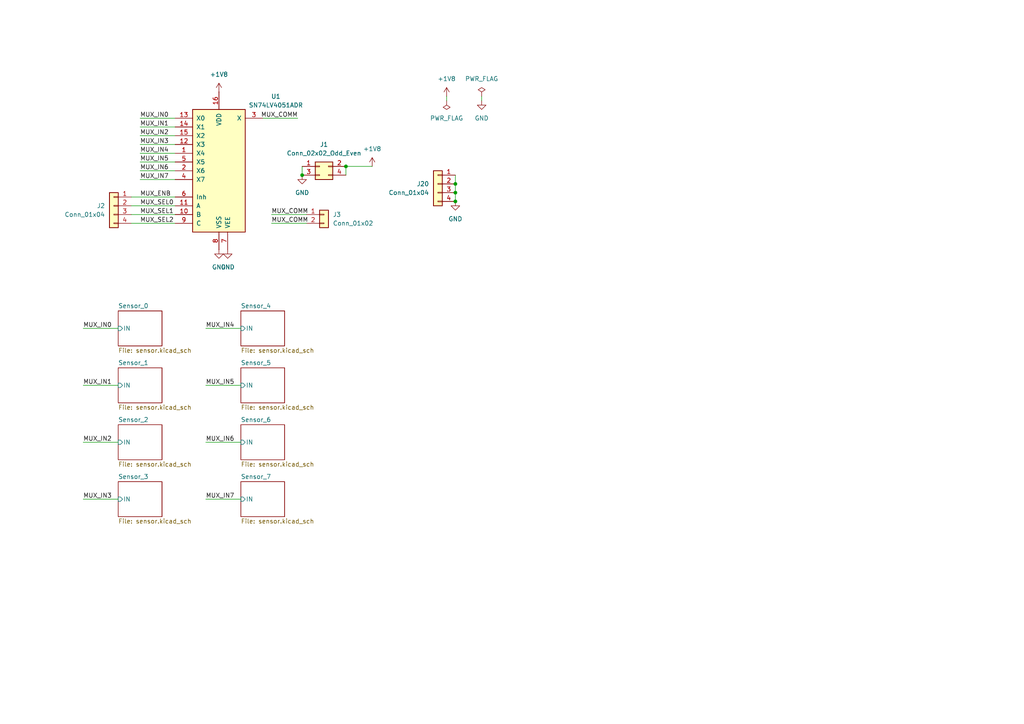
<source format=kicad_sch>
(kicad_sch (version 20231120) (generator "eeschema") (generator_version "8.0")
  (paper "A4")
  (lib_symbols
    (symbol "4xxx:4051" (pin_names (offset 1.016))
      (property "Reference" "U" (at -7.62 19.05 0))
      (property "Value" "4051" (at -7.62 -19.05 0))
      (symbol "4051_1_0"
        (pin passive line (at -12.7 5.08 0) (length 5.08) (name "X4") (number "1"))
        (pin input line (at -12.7 -12.7 0) (length 5.08) (name "B") (number "10"))
        (pin input line (at -12.7 -10.16 0) (length 5.08) (name "A") (number "11"))
        (pin passive line (at -12.7 7.62 0) (length 5.08) (name "X3") (number "12"))
        (pin passive line (at -12.7 15.24 0) (length 5.08) (name "X0") (number "13"))
        (pin passive line (at -12.7 12.7 0) (length 5.08) (name "X1") (number "14"))
        (pin passive line (at -12.7 10.16 0) (length 5.08) (name "X2") (number "15"))
        (pin power_in line (at 0 22.86 270) (length 5.08) (name "VDD") (number "16"))
        (pin passive line (at -12.7 0 0) (length 5.08) (name "X6") (number "2"))
        (pin passive line (at 12.7 15.24 180) (length 5.08) (name "X") (number "3"))
        (pin passive line (at -12.7 -2.54 0) (length 5.08) (name "X7") (number "4"))
        (pin passive line (at -12.7 2.54 0) (length 5.08) (name "X5") (number "5"))
        (pin input line (at -12.7 -7.62 0) (length 5.08) (name "Inh") (number "6"))
        (pin power_in line (at 2.54 -22.86 90) (length 5.08) (name "VEE") (number "7"))
        (pin power_in line (at 0 -22.86 90) (length 5.08) (name "VSS") (number "8"))
        (pin input line (at -12.7 -15.24 0) (length 5.08) (name "C") (number "9"))
      )
      (symbol "4051_1_1"
        (rectangle (start -7.62 17.78) (end 7.62 -17.78) (stroke (width 0.254)) (fill (type background)))
      )
    )
    (symbol "Connector_Generic:Conn_01x02" (pin_names (offset 1.016) hide)
      (property "Reference" "J" (at 0 2.54 0))
      (property "Value" "Conn_01x02" (at 0 -5.08 0))
      (symbol "Conn_01x02_1_1"
        (rectangle (start -1.27 -2.413) (end 0 -2.667) (stroke (width 0.1524)))
        (rectangle (start -1.27 0.127) (end 0 -0.127) (stroke (width 0.1524)))
        (rectangle (start -1.27 1.27) (end 1.27 -3.81) (stroke (width 0.254)) (fill (type background)))
        (pin passive line (at -5.08 0 0) (length 3.81) (name "Pin_1") (number "1"))
        (pin passive line (at -5.08 -2.54 0) (length 3.81) (name "Pin_2") (number "2"))
      )
    )
    (symbol "Connector_Generic:Conn_01x04" (pin_names (offset 1.016) hide)
      (property "Reference" "J" (at 0 5.08 0))
      (property "Value" "Conn_01x04" (at 0 -7.62 0))
      (symbol "Conn_01x04_1_1"
        (rectangle (start -1.27 -4.953) (end 0 -5.207) (stroke (width 0.1524)))
        (rectangle (start -1.27 -2.413) (end 0 -2.667) (stroke (width 0.1524)))
        (rectangle (start -1.27 0.127) (end 0 -0.127) (stroke (width 0.1524)))
        (rectangle (start -1.27 2.667) (end 0 2.413) (stroke (width 0.1524)))
        (rectangle (start -1.27 3.81) (end 1.27 -6.35) (stroke (width 0.254)) (fill (type background)))
        (pin passive line (at -5.08 2.54 0) (length 3.81) (name "Pin_1") (number "1"))
        (pin passive line (at -5.08 0 0) (length 3.81) (name "Pin_2") (number "2"))
        (pin passive line (at -5.08 -2.54 0) (length 3.81) (name "Pin_3") (number "3"))
        (pin passive line (at -5.08 -5.08 0) (length 3.81) (name "Pin_4") (number "4"))
      )
    )
    (symbol "Connector_Generic:Conn_02x02_Odd_Even" (pin_names (offset 1.016) hide)
      (property "Reference" "J" (at 1.27 2.54 0))
      (property "Value" "Conn_02x02_Odd_Even" (at 1.27 -5.08 0))
      (symbol "Conn_02x02_Odd_Even_1_1"
        (rectangle (start -1.27 -2.413) (end 0 -2.667) (stroke (width 0.1524)))
        (rectangle (start -1.27 0.127) (end 0 -0.127) (stroke (width 0.1524)))
        (rectangle (start -1.27 1.27) (end 3.81 -3.81) (stroke (width 0.254)) (fill (type background)))
        (rectangle (start 3.81 -2.413) (end 2.54 -2.667) (stroke (width 0.1524)))
        (rectangle (start 3.81 0.127) (end 2.54 -0.127) (stroke (width 0.1524)))
        (pin passive line (at -5.08 0 0) (length 3.81) (name "Pin_1") (number "1"))
        (pin passive line (at 7.62 0 180) (length 3.81) (name "Pin_2") (number "2"))
        (pin passive line (at -5.08 -2.54 0) (length 3.81) (name "Pin_3") (number "3"))
        (pin passive line (at 7.62 -2.54 180) (length 3.81) (name "Pin_4") (number "4"))
      )
    )
    (symbol "power:+1V8" (power) (pin_numbers hide) (pin_names (offset 0) hide)
      (property "Value" "+1V8" (at 0 3.556 0))
      (symbol "+1V8_0_1"
        (polyline (pts (xy -0.762 1.27) (xy 0 2.54)))
        (polyline (pts (xy 0 0) (xy 0 2.54)))
        (polyline (pts (xy 0 2.54) (xy 0.762 1.27)))
      )
      (symbol "+1V8_1_1"
        (pin power_in line (at 0 0 90) (length 0) (name "~") (number "1"))
      )
    )
    (symbol "power:GND" (power) (pin_numbers hide) (pin_names (offset 0) hide)
      (property "Value" "GND" (at 0 -3.81 0))
      (symbol "GND_0_1"
        (polyline (pts (xy 0 0) (xy 0 -1.27) (xy 1.27 -1.27) (xy 0 -2.54) (xy -1.27 -1.27) (xy 0 -1.27)))
      )
      (symbol "GND_1_1"
        (pin power_in line (at 0 0 270) (length 0) (name "~") (number "1"))
      )
    )
    (symbol "power:PWR_FLAG" (power) (pin_numbers hide) (pin_names (offset 0) hide)
      (property "Value" "PWR_FLAG" (at 0 3.81 0))
      (symbol "PWR_FLAG_0_0"
        (pin power_out line (at 0 0 90) (length 0) (name "~") (number "1"))
      )
      (symbol "PWR_FLAG_0_1"
        (polyline (pts (xy 0 0) (xy 0 1.27) (xy -1.016 1.905) (xy 0 2.54) (xy 1.016 1.905) (xy 0 1.27)))
      )
    )
  )
  (junction (at 132.08 53.34))
  (junction (at 132.08 58.42))
  (junction (at 87.63 50.8))
  (junction (at 100.33 48.26))
  (junction (at 132.08 55.88))
  (wire (pts (xy 59.69 111.76) (xy 69.85 111.76)))
  (wire (pts (xy 24.13 144.78) (xy 34.29 144.78)))
  (wire (pts (xy 139.7 27.94) (xy 139.7 29.21)))
  (wire (pts (xy 88.9 62.23) (xy 78.74 62.23)))
  (wire (pts (xy 38.1 62.23) (xy 50.8 62.23)))
  (wire (pts (xy 132.08 55.88) (xy 132.08 58.42)))
  (wire (pts (xy 24.13 95.25) (xy 34.29 95.25)))
  (wire (pts (xy 87.63 48.26) (xy 87.63 50.8)))
  (wire (pts (xy 59.69 128.27) (xy 69.85 128.27)))
  (wire (pts (xy 38.1 64.77) (xy 50.8 64.77)))
  (wire (pts (xy 100.33 48.26) (xy 100.33 50.8)))
  (wire (pts (xy 132.08 50.8) (xy 132.08 53.34)))
  (wire (pts (xy 40.64 36.83) (xy 50.8 36.83)))
  (wire (pts (xy 38.1 57.15) (xy 50.8 57.15)))
  (wire (pts (xy 40.64 41.91) (xy 50.8 41.91)))
  (wire (pts (xy 40.64 49.53) (xy 50.8 49.53)))
  (wire (pts (xy 38.1 59.69) (xy 50.8 59.69)))
  (wire (pts (xy 24.13 111.76) (xy 34.29 111.76)))
  (wire (pts (xy 40.64 46.99) (xy 50.8 46.99)))
  (wire (pts (xy 132.08 53.34) (xy 132.08 55.88)))
  (wire (pts (xy 100.33 48.26) (xy 107.95 48.26)))
  (wire (pts (xy 88.9 64.77) (xy 78.74 64.77)))
  (wire (pts (xy 40.64 52.07) (xy 50.8 52.07)))
  (wire (pts (xy 76.2 34.29) (xy 86.36 34.29)))
  (wire (pts (xy 40.64 34.29) (xy 50.8 34.29)))
  (wire (pts (xy 59.69 144.78) (xy 69.85 144.78)))
  (wire (pts (xy 129.54 27.94) (xy 129.54 29.21)))
  (wire (pts (xy 40.64 39.37) (xy 50.8 39.37)))
  (wire (pts (xy 40.64 44.45) (xy 50.8 44.45)))
  (wire (pts (xy 59.69 95.25) (xy 69.85 95.25)))
  (wire (pts (xy 24.13 128.27) (xy 34.29 128.27)))
  (label "MUX_IN3" (at 24.13 144.78 0))
  (label "MUX_IN3" (at 40.64 41.91 0))
  (label "MUX_IN1" (at 40.64 36.83 0))
  (label "MUX_IN5" (at 40.64 46.99 0))
  (label "MUX_COMM" (at 78.74 62.23 0))
  (label "MUX_IN6" (at 59.69 128.27 0))
  (label "MUX_COMM" (at 86.36 34.29 180))
  (label "MUX_IN7" (at 59.69 144.78 0))
  (label "MUX_IN6" (at 40.64 49.53 0))
  (label "MUX_IN0" (at 24.13 95.25 0))
  (label "MUX_IN5" (at 59.69 111.76 0))
  (label "MUX_IN4" (at 59.69 95.25 0))
  (label "MUX_ENB" (at 40.64 57.15 0))
  (label "MUX_IN1" (at 24.13 111.76 0))
  (label "MUX_SEL1" (at 40.64 62.23 0))
  (label "MUX_SEL2" (at 40.64 64.77 0))
  (label "MUX_IN7" (at 40.64 52.07 0))
  (label "MUX_IN4" (at 40.64 44.45 0))
  (label "MUX_SEL0" (at 40.64 59.69 0))
  (label "MUX_IN2" (at 24.13 128.27 0))
  (label "MUX_COMM" (at 78.74 64.77 0))
  (label "MUX_IN2" (at 40.64 39.37 0))
  (label "MUX_IN0" (at 40.64 34.29 0))
  (symbol (lib_id "power:+1V8") (at 63.5 26.67 0) (unit 1)
    (property "Reference" "#PWR01" (effects (hide yes)))
    (property "Value" "+1V8" (at 63.5 21.59 0))
    (property "Description" "Power symbol creates a global label with name \"+1V8\"" (effects (hide yes)))
  )
  (symbol (lib_id "4xxx:4051") (at 63.5 49.53 0) (unit 1)
    (property "Reference" "U1" (at 80.01 27.9714 0))
    (property "Value" "SN74LV4051ADR" (at 80.01 30.5114 0))
    (property "Footprint" "Package_SO:SOIC-16_4.55x10.3mm_P1.27mm" (effects (hide yes)))
    (property "Datasheet" "https://www.ti.com/lit/ds/symlink/sn74lv4051a.pdf" (effects (hide yes)))
    (property "Description" "Analog Multiplexer 8 to 1 lins" (effects (hide yes)))
  )
  (symbol (lib_id "power:GND") (at 66.04 72.39 0) (unit 1)
    (property "Reference" "#PWR03" (effects (hide yes)))
    (property "Value" "GND" (at 66.04 77.47 0))
    (property "Description" "Power symbol creates a global label with name \"GND\" , ground" (effects (hide yes)))
  )
  (symbol (lib_id "power:+1V8") (at 129.54 27.94 0) (unit 1)
    (property "Reference" "#PWR015" (effects (hide yes)))
    (property "Value" "+1V8" (at 129.54 22.86 0))
    (property "Description" "Power symbol creates a global label with name \"+1V8\"" (effects (hide yes)))
  )
  (symbol (lib_id "Connector_Generic:Conn_01x02") (at 93.98 62.23 0) (unit 1)
    (property "Reference" "J3" (at 96.52 62.2299 0) (effects (justify left)))
    (property "Value" "Conn_01x02" (at 96.52 64.7699 0) (effects (justify left)))
    (property "Footprint" "Connector_PinHeader_2.54mm:PinHeader_1x02_P2.54mm_Vertical" (effects (hide yes)))
    (property "Description" "Generic connector, single row, 01x02, script generated (kicad-library-utils/schlib/autogen/connector/)" (effects (hide yes)))
  )
  (symbol (lib_id "Connector_Generic:Conn_01x04") (at 33.02 59.69 0) (mirror y) (unit 1)
    (property "Reference" "J2" (at 30.48 59.6899 0) (effects (justify left)))
    (property "Value" "Conn_01x04" (at 30.48 62.2299 0) (effects (justify left)))
    (property "Footprint" "Connector_PinHeader_2.54mm:PinHeader_1x04_P2.54mm_Vertical" (effects (hide yes)))
    (property "Description" "Generic connector, single row, 01x04, script generated (kicad-library-utils/schlib/autogen/connector/)" (effects (hide yes)))
  )
  (symbol (lib_id "power:GND") (at 63.5 72.39 0) (unit 1)
    (property "Reference" "#PWR02" (effects (hide yes)))
    (property "Value" "GND" (at 63.5 77.47 0))
    (property "Description" "Power symbol creates a global label with name \"GND\" , ground" (effects (hide yes)))
  )
  (symbol (lib_id "power:GND") (at 87.63 50.8 0) (unit 1)
    (property "Reference" "#PWR04" (effects (hide yes)))
    (property "Value" "GND" (at 87.63 55.88 0))
    (property "Description" "Power symbol creates a global label with name \"GND\" , ground" (effects (hide yes)))
  )
  (symbol (lib_id "Connector_Generic:Conn_02x02_Odd_Even") (at 92.71 48.26 0) (unit 1)
    (property "Reference" "J1" (at 93.98 41.91 0))
    (property "Value" "Conn_02x02_Odd_Even" (at 93.98 44.45 0))
    (property "Footprint" "Connector_PinHeader_2.54mm:PinHeader_2x02_P2.54mm_Vertical" (effects (hide yes)))
    (property "Description" "Generic connector, double row, 02x02, odd/even pin numbering scheme (row 1 odd numbers, row 2 even numbers), script generated (kicad-library-utils/schlib/autogen/connector/)" (effects (hide yes)))
  )
  (symbol (lib_id "power:+1V8") (at 107.95 48.26 0) (unit 1)
    (property "Reference" "#PWR05" (effects (hide yes)))
    (property "Value" "+1V8" (at 107.95 43.18 0))
    (property "Description" "Power symbol creates a global label with name \"+1V8\"" (effects (hide yes)))
  )
  (symbol (lib_id "power:PWR_FLAG") (at 139.7 27.94 0) (unit 1)
    (property "Reference" "#FLG02" (effects (hide yes)))
    (property "Value" "PWR_FLAG" (at 139.7 22.86 0))
    (property "Description" "Special symbol for telling ERC where power comes from" (effects (hide yes)))
  )
  (symbol (lib_id "power:GND") (at 132.08 58.42 0) (unit 1)
    (property "Reference" "#PWR024" (effects (hide yes)))
    (property "Value" "GND" (at 132.08 63.5 0))
    (property "Description" "Power symbol creates a global label with name \"GND\" , ground" (effects (hide yes)))
  )
  (symbol (lib_id "power:GND") (at 139.7 29.21 0) (unit 1)
    (property "Reference" "#PWR014" (effects (hide yes)))
    (property "Value" "GND" (at 139.7 34.29 0))
    (property "Description" "Power symbol creates a global label with name \"GND\" , ground" (effects (hide yes)))
  )
  (symbol (lib_id "power:PWR_FLAG") (at 129.54 29.21 180) (unit 1)
    (property "Reference" "#FLG01" (effects (hide yes)))
    (property "Value" "PWR_FLAG" (at 129.54 34.29 0))
    (property "Description" "Special symbol for telling ERC where power comes from" (effects (hide yes)))
  )
  (symbol (lib_id "Connector_Generic:Conn_01x04") (at 127 53.34 0) (mirror y) (unit 1)
    (property "Reference" "J20" (at 124.46 53.3399 0) (effects (justify left)))
    (property "Value" "Conn_01x04" (at 124.46 55.8799 0) (effects (justify left)))
    (property "Footprint" "Connector_PinHeader_2.54mm:PinHeader_1x04_P2.54mm_Vertical" (effects (hide yes)))
    (property "Description" "Generic connector, single row, 01x04, script generated (kicad-library-utils/schlib/autogen/connector/)" (effects (hide yes)))
  )
  (sheet (at 69.85 123.19) (size 12.7 10.16) (stroke (width 0.1524))
    (property "Sheetname" "Sensor_6" (at 69.85 122.4784 0) (effects (justify left bottom)))
    (property "Sheetfile" "sensor.kicad_sch" (at 69.85 133.9346 0) (effects (justify left top)))
    (pin "IN" input (at 69.85 128.27 180))
  )
  (sheet (at 34.29 106.68) (size 12.7 10.16) (stroke (width 0.1524))
    (property "Sheetname" "Sensor_1" (at 34.29 105.9684 0) (effects (justify left bottom)))
    (property "Sheetfile" "sensor.kicad_sch" (at 34.29 117.4246 0) (effects (justify left top)))
    (pin "IN" input (at 34.29 111.76 180))
  )
  (sheet (at 34.29 123.19) (size 12.7 10.16) (stroke (width 0.1524))
    (property "Sheetname" "Sensor_2" (at 34.29 122.4784 0) (effects (justify left bottom)))
    (property "Sheetfile" "sensor.kicad_sch" (at 34.29 133.9346 0) (effects (justify left top)))
    (pin "IN" input (at 34.29 128.27 180))
  )
  (sheet (at 69.85 90.17) (size 12.7 10.16) (stroke (width 0.1524))
    (property "Sheetname" "Sensor_4" (at 69.85 89.4584 0) (effects (justify left bottom)))
    (property "Sheetfile" "sensor.kicad_sch" (at 69.85 100.9146 0) (effects (justify left top)))
    (pin "IN" input (at 69.85 95.25 180))
  )
  (sheet (at 69.85 106.68) (size 12.7 10.16) (stroke (width 0.1524))
    (property "Sheetname" "Sensor_5" (at 69.85 105.9684 0) (effects (justify left bottom)))
    (property "Sheetfile" "sensor.kicad_sch" (at 69.85 117.4246 0) (effects (justify left top)))
    (pin "IN" input (at 69.85 111.76 180))
  )
  (sheet (at 34.29 139.7) (size 12.7 10.16) (stroke (width 0.1524))
    (property "Sheetname" "Sensor_3" (at 34.29 138.9884 0) (effects (justify left bottom)))
    (property "Sheetfile" "sensor.kicad_sch" (at 34.29 150.4446 0) (effects (justify left top)))
    (pin "IN" input (at 34.29 144.78 180))
  )
  (sheet (at 69.85 139.7) (size 12.7 10.16) (stroke (width 0.1524))
    (property "Sheetname" "Sensor_7" (at 69.85 138.9884 0) (effects (justify left bottom)))
    (property "Sheetfile" "sensor.kicad_sch" (at 69.85 150.4446 0) (effects (justify left top)))
    (pin "IN" input (at 69.85 144.78 180))
  )
  (sheet (at 34.29 90.17) (size 12.7 10.16) (stroke (width 0.1524))
    (property "Sheetname" "Sensor_0" (at 34.29 89.4584 0) (effects (justify left bottom)))
    (property "Sheetfile" "sensor.kicad_sch" (at 34.29 100.9146 0) (effects (justify left top)))
    (pin "IN" input (at 34.29 95.25 180))
  )
)
</source>
